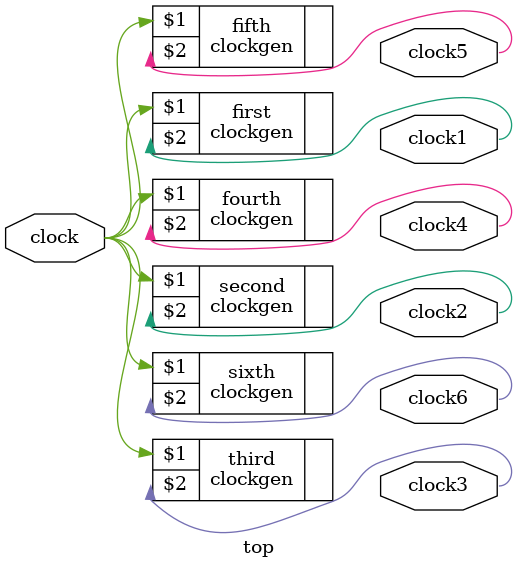
<source format=v>
`timescale 1ns / 1ps

module top(
	input clock,
	output clock1, clock2, clock3, clock4, clock5, clock6
    );
    clockgen #(.offset(0), .one(4)) first(clock, clock1);
    clockgen #(.offset(1), .one(2)) second(clock, clock2);
    clockgen #(.offset(1), .one(4)) third(clock, clock3);
    clockgen #(.offset(2), .one(2)) fourth(clock, clock4);
    clockgen #(.offset(2), .one(4)) fifth(clock, clock5);
    clockgen #(.offset(3), .one(2)) sixth(clock, clock6);
endmodule

</source>
